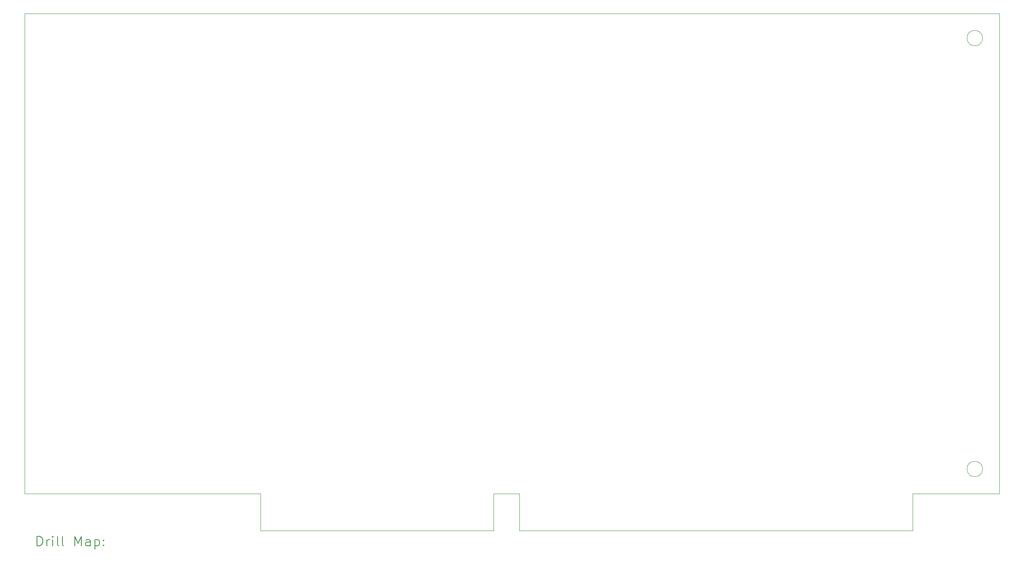
<source format=gbr>
%TF.GenerationSoftware,KiCad,Pcbnew,7.0.7*%
%TF.CreationDate,2023-09-15T21:49:44-04:00*%
%TF.ProjectId,2 - CPU and core components (Rev 2.2),32202d20-4350-4552-9061-6e6420636f72,rev?*%
%TF.SameCoordinates,Original*%
%TF.FileFunction,Drillmap*%
%TF.FilePolarity,Positive*%
%FSLAX45Y45*%
G04 Gerber Fmt 4.5, Leading zero omitted, Abs format (unit mm)*
G04 Created by KiCad (PCBNEW 7.0.7) date 2023-09-15 21:49:44*
%MOMM*%
%LPD*%
G01*
G04 APERTURE LIST*
%ADD10C,0.100000*%
%ADD11C,0.200000*%
G04 APERTURE END LIST*
D10*
X15818405Y-13214455D02*
X15285005Y-13214455D01*
X23921005Y-13214455D02*
X23921005Y-13976455D01*
X10484410Y-13976455D02*
X10484410Y-13214460D01*
X15285005Y-13214455D02*
X15285005Y-13976455D01*
X5626100Y-3308455D02*
X25711705Y-3308455D01*
X10484410Y-13214460D02*
X5626100Y-13214460D01*
X15285005Y-13976455D02*
X10484410Y-13976455D01*
X25711705Y-3308455D02*
X25711705Y-13214455D01*
X23921005Y-13976455D02*
X15818405Y-13976455D01*
X25363705Y-12706455D02*
G75*
G03*
X25363705Y-12706455I-160000J0D01*
G01*
X5626100Y-13214460D02*
X5626100Y-3308455D01*
X25363705Y-3816455D02*
G75*
G03*
X25363705Y-3816455I-160000J0D01*
G01*
X25711705Y-13214455D02*
X23921005Y-13214455D01*
X15818405Y-13976455D02*
X15818405Y-13214455D01*
D11*
X5881877Y-14292939D02*
X5881877Y-14092939D01*
X5881877Y-14092939D02*
X5929496Y-14092939D01*
X5929496Y-14092939D02*
X5958067Y-14102463D01*
X5958067Y-14102463D02*
X5977115Y-14121510D01*
X5977115Y-14121510D02*
X5986639Y-14140558D01*
X5986639Y-14140558D02*
X5996162Y-14178653D01*
X5996162Y-14178653D02*
X5996162Y-14207225D01*
X5996162Y-14207225D02*
X5986639Y-14245320D01*
X5986639Y-14245320D02*
X5977115Y-14264368D01*
X5977115Y-14264368D02*
X5958067Y-14283415D01*
X5958067Y-14283415D02*
X5929496Y-14292939D01*
X5929496Y-14292939D02*
X5881877Y-14292939D01*
X6081877Y-14292939D02*
X6081877Y-14159606D01*
X6081877Y-14197701D02*
X6091401Y-14178653D01*
X6091401Y-14178653D02*
X6100924Y-14169129D01*
X6100924Y-14169129D02*
X6119972Y-14159606D01*
X6119972Y-14159606D02*
X6139020Y-14159606D01*
X6205686Y-14292939D02*
X6205686Y-14159606D01*
X6205686Y-14092939D02*
X6196162Y-14102463D01*
X6196162Y-14102463D02*
X6205686Y-14111987D01*
X6205686Y-14111987D02*
X6215210Y-14102463D01*
X6215210Y-14102463D02*
X6205686Y-14092939D01*
X6205686Y-14092939D02*
X6205686Y-14111987D01*
X6329496Y-14292939D02*
X6310448Y-14283415D01*
X6310448Y-14283415D02*
X6300924Y-14264368D01*
X6300924Y-14264368D02*
X6300924Y-14092939D01*
X6434258Y-14292939D02*
X6415210Y-14283415D01*
X6415210Y-14283415D02*
X6405686Y-14264368D01*
X6405686Y-14264368D02*
X6405686Y-14092939D01*
X6662829Y-14292939D02*
X6662829Y-14092939D01*
X6662829Y-14092939D02*
X6729496Y-14235796D01*
X6729496Y-14235796D02*
X6796162Y-14092939D01*
X6796162Y-14092939D02*
X6796162Y-14292939D01*
X6977115Y-14292939D02*
X6977115Y-14188177D01*
X6977115Y-14188177D02*
X6967591Y-14169129D01*
X6967591Y-14169129D02*
X6948543Y-14159606D01*
X6948543Y-14159606D02*
X6910448Y-14159606D01*
X6910448Y-14159606D02*
X6891401Y-14169129D01*
X6977115Y-14283415D02*
X6958067Y-14292939D01*
X6958067Y-14292939D02*
X6910448Y-14292939D01*
X6910448Y-14292939D02*
X6891401Y-14283415D01*
X6891401Y-14283415D02*
X6881877Y-14264368D01*
X6881877Y-14264368D02*
X6881877Y-14245320D01*
X6881877Y-14245320D02*
X6891401Y-14226272D01*
X6891401Y-14226272D02*
X6910448Y-14216749D01*
X6910448Y-14216749D02*
X6958067Y-14216749D01*
X6958067Y-14216749D02*
X6977115Y-14207225D01*
X7072353Y-14159606D02*
X7072353Y-14359606D01*
X7072353Y-14169129D02*
X7091401Y-14159606D01*
X7091401Y-14159606D02*
X7129496Y-14159606D01*
X7129496Y-14159606D02*
X7148543Y-14169129D01*
X7148543Y-14169129D02*
X7158067Y-14178653D01*
X7158067Y-14178653D02*
X7167591Y-14197701D01*
X7167591Y-14197701D02*
X7167591Y-14254844D01*
X7167591Y-14254844D02*
X7158067Y-14273891D01*
X7158067Y-14273891D02*
X7148543Y-14283415D01*
X7148543Y-14283415D02*
X7129496Y-14292939D01*
X7129496Y-14292939D02*
X7091401Y-14292939D01*
X7091401Y-14292939D02*
X7072353Y-14283415D01*
X7253305Y-14273891D02*
X7262829Y-14283415D01*
X7262829Y-14283415D02*
X7253305Y-14292939D01*
X7253305Y-14292939D02*
X7243782Y-14283415D01*
X7243782Y-14283415D02*
X7253305Y-14273891D01*
X7253305Y-14273891D02*
X7253305Y-14292939D01*
X7253305Y-14169129D02*
X7262829Y-14178653D01*
X7262829Y-14178653D02*
X7253305Y-14188177D01*
X7253305Y-14188177D02*
X7243782Y-14178653D01*
X7243782Y-14178653D02*
X7253305Y-14169129D01*
X7253305Y-14169129D02*
X7253305Y-14188177D01*
M02*

</source>
